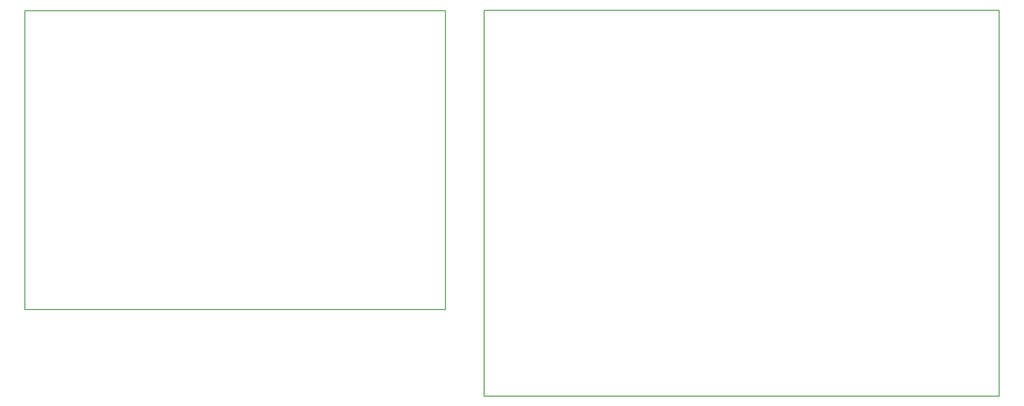
<source format=gbr>
G04 #@! TF.FileFunction,Profile,NP*
%FSLAX46Y46*%
G04 Gerber Fmt 4.6, Leading zero omitted, Abs format (unit mm)*
G04 Created by KiCad (PCBNEW 4.0.1-stable) date 1/20/2016 12:58:46 AM*
%MOMM*%
G01*
G04 APERTURE LIST*
%ADD10C,0.100000*%
%ADD11C,0.150000*%
G04 APERTURE END LIST*
D10*
D11*
X108780143Y-96181605D02*
X210380143Y-96181605D01*
X210380143Y-96181605D02*
X210380143Y-19981605D01*
X108780143Y-19981605D02*
X210380143Y-19981605D01*
X108780143Y-96181605D02*
X108780143Y-19981605D01*
X18155920Y-20132040D02*
X18155920Y-79132040D01*
X18155920Y-79132040D02*
X101155920Y-79132040D01*
X101155920Y-20132040D02*
X101155920Y-79132040D01*
X18155920Y-20132040D02*
X101155920Y-20132040D01*
M02*

</source>
